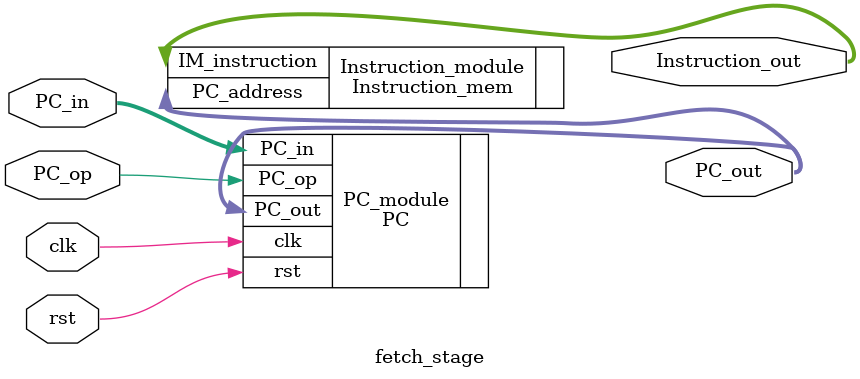
<source format=v>
module fetch_stage (
    input clk, rst,
    input [31:0]PC_in,
    input PC_op,
    output [31:0]Instruction_out,
    output [31:0]PC_out
    );

    PC PC_module (
        .clk(clk),
        .rst(rst),
        .PC_in(PC_in),
        .PC_op(PC_op),
        .PC_out(PC_out)
        );
    Instruction_mem Instruction_module (
        .IM_instruction(Instruction_out),
        .PC_address(PC_out)
        );
endmodule

// Module purpose:
// Acts as a wrapper for Program Counter and Instruction Memory
// This address will be loaded into jump/branch
</source>
